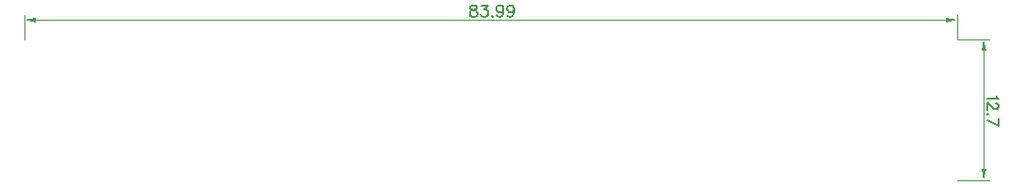
<source format=gbr>
G04 DipTrace 3.1.0.1*
G04 TopDimension.gbr*
%MOMM*%
G04 #@! TF.FileFunction,Drawing,Top*
G04 #@! TF.Part,Single*
%ADD13C,0.035*%
%ADD26C,0.15686*%
%FSLAX35Y35*%
G04*
G71*
G90*
G75*
G01*
G04 TopDimension*
%LPD*%
X1000000Y2270133D2*
D13*
Y2494777D1*
X9398757Y2270133D2*
Y2494777D1*
X5199378Y2444777D2*
X1100000D1*
G36*
X1000000D2*
X1100000Y2464777D1*
Y2424777D1*
X1000000Y2444777D1*
G37*
X5199378D2*
D13*
X9298757D1*
G36*
X9398757D2*
X9298757Y2424777D1*
Y2464777D1*
X9398757Y2444777D1*
G37*
Y2270133D2*
D13*
X9686907D1*
X9398757Y1000000D2*
X9686907D1*
X9636907Y1635067D2*
Y2170133D1*
G36*
Y2270133D2*
X9656907Y2170133D1*
X9616907D1*
X9636907Y2270133D1*
G37*
Y1635067D2*
D13*
Y1100000D1*
G36*
Y1000000D2*
X9616907Y1100000D1*
X9656907D1*
X9636907Y1000000D1*
G37*
X5032618Y2577767D2*
D26*
X5018130Y2572938D1*
X5013189Y2563280D1*
Y2553509D1*
X5018130Y2543850D1*
X5027789Y2538909D1*
X5047218Y2534080D1*
X5061818Y2529250D1*
X5071476Y2519480D1*
X5076306Y2509821D1*
Y2495221D1*
X5071476Y2485563D1*
X5066647Y2480621D1*
X5052047Y2475792D1*
X5032618D1*
X5018130Y2480621D1*
X5013189Y2485563D1*
X5008359Y2495221D1*
Y2509821D1*
X5013189Y2519480D1*
X5022959Y2529250D1*
X5037447Y2534080D1*
X5056876Y2538909D1*
X5066647Y2543850D1*
X5071476Y2553509D1*
Y2563280D1*
X5066647Y2572938D1*
X5052047Y2577767D1*
X5032618D1*
X5117449D2*
X5170795D1*
X5141707Y2538909D1*
X5156307D1*
X5165966Y2534080D1*
X5170795Y2529250D1*
X5175737Y2514650D1*
Y2504992D1*
X5170795Y2490392D1*
X5161137Y2480621D1*
X5146537Y2475792D1*
X5131937D1*
X5117449Y2480621D1*
X5112620Y2485563D1*
X5107678Y2495221D1*
X5211938Y2485563D2*
X5207109Y2480621D1*
X5211938Y2475792D1*
X5216880Y2480621D1*
X5211938Y2485563D1*
X5311482Y2543850D2*
X5306540Y2529250D1*
X5296882Y2519480D1*
X5282282Y2514650D1*
X5277452D1*
X5262852Y2519480D1*
X5253194Y2529250D1*
X5248252Y2543850D1*
Y2548680D1*
X5253194Y2563280D1*
X5262852Y2572938D1*
X5277452Y2577767D1*
X5282282D1*
X5296882Y2572938D1*
X5306540Y2563280D1*
X5311482Y2543850D1*
Y2519480D1*
X5306540Y2495221D1*
X5296882Y2480621D1*
X5282282Y2475792D1*
X5272623D1*
X5258023Y2480621D1*
X5253194Y2490392D1*
X5406083Y2543850D2*
X5401142Y2529250D1*
X5391483Y2519480D1*
X5376883Y2514650D1*
X5372054D1*
X5357454Y2519480D1*
X5347796Y2529250D1*
X5342854Y2543850D1*
Y2548680D1*
X5347796Y2563280D1*
X5357454Y2572938D1*
X5372054Y2577767D1*
X5376883D1*
X5391483Y2572938D1*
X5401142Y2563280D1*
X5406083Y2543850D1*
Y2519480D1*
X5401142Y2495221D1*
X5391483Y2480621D1*
X5376883Y2475792D1*
X5367225D1*
X5352625Y2480621D1*
X5347796Y2490392D1*
X9750468Y1759412D2*
X9755410Y1749641D1*
X9769897Y1735041D1*
X9667922D1*
X9745639Y1698727D2*
X9750468D1*
X9760239Y1693897D1*
X9765068Y1689068D1*
X9769897Y1679297D1*
Y1659868D1*
X9765068Y1650210D1*
X9760239Y1645381D1*
X9750468Y1640439D1*
X9740810D1*
X9731039Y1645381D1*
X9716551Y1655039D1*
X9667922Y1703668D1*
Y1635610D1*
X9677693Y1599408D2*
X9672751Y1604237D1*
X9667922Y1599408D1*
X9672751Y1594466D1*
X9677693Y1599408D1*
X9667922Y1543665D2*
X9769897Y1495035D1*
Y1563094D1*
M02*

</source>
